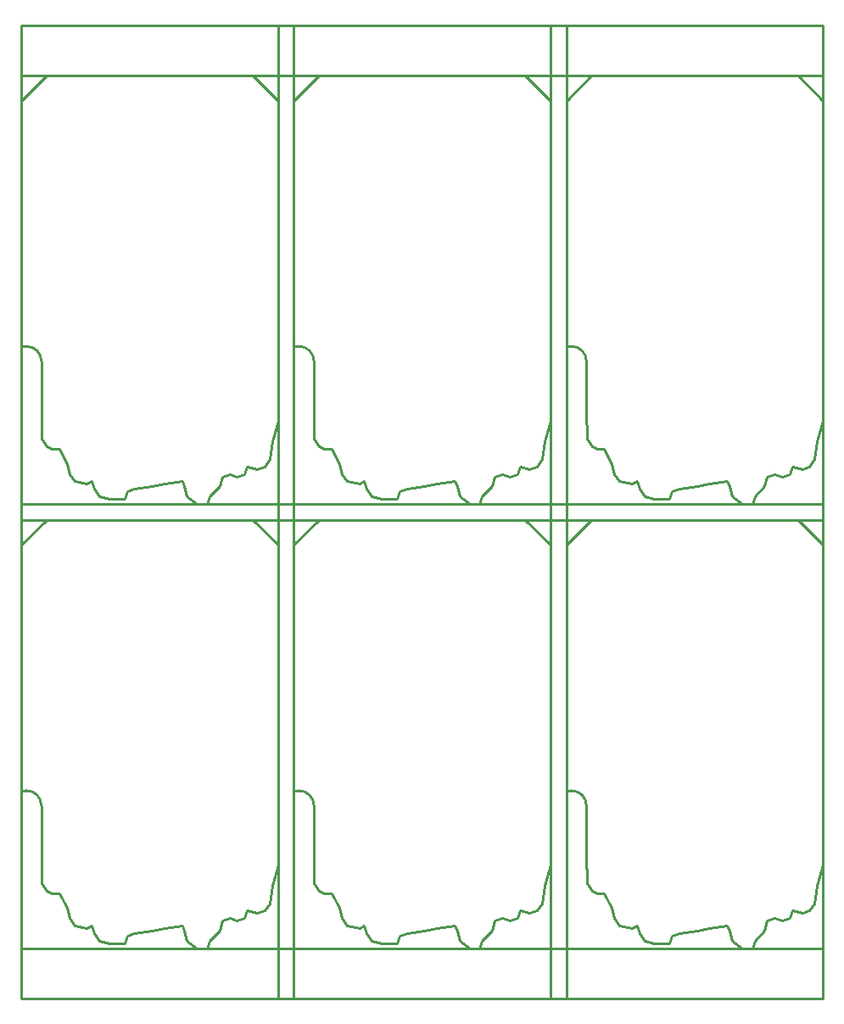
<source format=gko>
G04 Layer: BoardOutline*
G04 EasyEDA v6.3.22, 2020-01-19T16:38:24+00:00*
G04 a2d37a9207c24dc198fa5f1151cfaccd,4b468aaabfa54ef3be77053c06c4e1f4,10*
G04 Gerber Generator version 0.2*
G04 Scale: 100 percent, Rotated: No, Reflected: No *
G04 Dimensions in inches *
G04 leading zeros omitted , absolute positions ,2 integer and 4 decimal *
%FSLAX24Y24*%
%MOIN*%
G90*
G70D02*

%ADD10C,0.010000*%
G54D10*
G01X196Y28821D02*
G01X0Y28821D01*
G01X787Y25907D02*
G01X787Y28230D01*
G01X0Y38466D02*
G01X0Y28821D01*
G01X10078Y25907D02*
G01X10078Y38466D01*
G01X0Y38466D02*
G01X984Y39451D01*
G01X9094Y39451D02*
G01X984Y39451D01*
G01X9094Y39451D02*
G01X10078Y38466D01*
G01X787Y25907D02*
G01X799Y25577D01*
G01X799Y25576D02*
G01X799Y25183D01*
G01X996Y24887D01*
G01X1193Y24789D01*
G01X1488Y24789D01*
G01X1783Y24198D01*
G01X1882Y23805D01*
G01X2079Y23509D01*
G01X2571Y23411D01*
G01X2768Y23509D01*
G01X2866Y23214D01*
G01X3063Y22919D01*
G01X3457Y22820D01*
G01X4047Y22820D01*
G01X4146Y23116D01*
G01X4441Y23214D01*
G01X5130Y23313D01*
G01X5622Y23411D01*
G01X6311Y23509D01*
G01X6409Y23313D01*
G01X6508Y22919D01*
G01X6902Y22624D01*
G01X7295Y22624D01*
G01X7394Y22919D01*
G01X7787Y23313D01*
G01X7886Y23706D01*
G01X8181Y23805D01*
G01X8476Y23706D01*
G01X8772Y23805D01*
G01X8870Y24100D01*
G01X9264Y24002D01*
G01X9559Y24100D01*
G01X9756Y24395D01*
G01X9854Y25084D01*
G01X10079Y25907D01*
G75*
G01X787Y28231D02*
G03X197Y28821I-590J0D01*
G01*
G01X10905Y28821D02*
G01X10708Y28821D01*
G01X11496Y25907D02*
G01X11496Y28230D01*
G01X10708Y38466D02*
G01X10708Y28821D01*
G01X20787Y25907D02*
G01X20787Y38466D01*
G01X10708Y38466D02*
G01X11693Y39451D01*
G01X19803Y39451D02*
G01X11693Y39451D01*
G01X19803Y39451D02*
G01X20787Y38466D01*
G01X11496Y25907D02*
G01X11508Y25577D01*
G01X11507Y25576D02*
G01X11507Y25183D01*
G01X11704Y24887D01*
G01X11901Y24789D01*
G01X12196Y24789D01*
G01X12491Y24198D01*
G01X12590Y23805D01*
G01X12787Y23509D01*
G01X13279Y23411D01*
G01X13476Y23509D01*
G01X13574Y23214D01*
G01X13771Y22919D01*
G01X14165Y22820D01*
G01X14755Y22820D01*
G01X14854Y23116D01*
G01X15149Y23214D01*
G01X15838Y23313D01*
G01X16330Y23411D01*
G01X17019Y23509D01*
G01X17117Y23313D01*
G01X17216Y22919D01*
G01X17610Y22624D01*
G01X18003Y22624D01*
G01X18102Y22919D01*
G01X18495Y23313D01*
G01X18594Y23706D01*
G01X18889Y23805D01*
G01X19184Y23706D01*
G01X19480Y23805D01*
G01X19578Y24100D01*
G01X19972Y24002D01*
G01X20267Y24100D01*
G01X20464Y24395D01*
G01X20562Y25084D01*
G01X20787Y25907D01*
G75*
G01X11496Y28231D02*
G03X10906Y28821I-590J0D01*
G01*
G01X21614Y28821D02*
G01X21417Y28821D01*
G01X22205Y25907D02*
G01X22205Y28230D01*
G01X21417Y38466D02*
G01X21417Y28821D01*
G01X31496Y25907D02*
G01X31496Y38466D01*
G01X21417Y38466D02*
G01X22402Y39451D01*
G01X30512Y39451D02*
G01X22402Y39451D01*
G01X30512Y39451D02*
G01X31496Y38466D01*
G01X22205Y25907D02*
G01X22217Y25577D01*
G01X22216Y25576D02*
G01X22216Y25183D01*
G01X22413Y24887D01*
G01X22610Y24789D01*
G01X22905Y24789D01*
G01X23200Y24198D01*
G01X23299Y23805D01*
G01X23496Y23509D01*
G01X23988Y23411D01*
G01X24185Y23509D01*
G01X24283Y23214D01*
G01X24480Y22919D01*
G01X24874Y22820D01*
G01X25464Y22820D01*
G01X25563Y23116D01*
G01X25858Y23214D01*
G01X26547Y23313D01*
G01X27039Y23411D01*
G01X27728Y23509D01*
G01X27826Y23313D01*
G01X27925Y22919D01*
G01X28319Y22624D01*
G01X28712Y22624D01*
G01X28811Y22919D01*
G01X29204Y23313D01*
G01X29303Y23706D01*
G01X29598Y23805D01*
G01X29893Y23706D01*
G01X30189Y23805D01*
G01X30287Y24100D01*
G01X30681Y24002D01*
G01X30976Y24100D01*
G01X31173Y24395D01*
G01X31271Y25084D01*
G01X31496Y25907D01*
G75*
G01X22205Y28231D02*
G03X21615Y28821I-590J0D01*
G01*
G01X196Y11364D02*
G01X0Y11364D01*
G01X787Y8451D02*
G01X787Y10774D01*
G01X0Y21010D02*
G01X0Y11364D01*
G01X10078Y8451D02*
G01X10078Y21010D01*
G01X0Y21010D02*
G01X984Y21994D01*
G01X9094Y21994D02*
G01X984Y21994D01*
G01X9094Y21994D02*
G01X10078Y21010D01*
G01X787Y8451D02*
G01X799Y8120D01*
G01X799Y8120D02*
G01X799Y7727D01*
G01X996Y7431D01*
G01X1193Y7333D01*
G01X1488Y7333D01*
G01X1783Y6742D01*
G01X1882Y6349D01*
G01X2079Y6053D01*
G01X2571Y5955D01*
G01X2768Y6053D01*
G01X2866Y5758D01*
G01X3063Y5463D01*
G01X3457Y5364D01*
G01X4047Y5364D01*
G01X4146Y5660D01*
G01X4441Y5758D01*
G01X5130Y5857D01*
G01X5622Y5955D01*
G01X6311Y6053D01*
G01X6409Y5857D01*
G01X6508Y5463D01*
G01X6902Y5168D01*
G01X7295Y5168D01*
G01X7394Y5463D01*
G01X7787Y5857D01*
G01X7886Y6250D01*
G01X8181Y6349D01*
G01X8476Y6250D01*
G01X8772Y6349D01*
G01X8870Y6644D01*
G01X9264Y6546D01*
G01X9559Y6644D01*
G01X9756Y6939D01*
G01X9854Y7628D01*
G01X10079Y8451D01*
G75*
G01X787Y10774D02*
G03X197Y11365I-590J0D01*
G01*
G01X10905Y11364D02*
G01X10708Y11364D01*
G01X11496Y8451D02*
G01X11496Y10774D01*
G01X10708Y21010D02*
G01X10708Y11364D01*
G01X20787Y8451D02*
G01X20787Y21010D01*
G01X10708Y21010D02*
G01X11693Y21994D01*
G01X19803Y21994D02*
G01X11693Y21994D01*
G01X19803Y21994D02*
G01X20787Y21010D01*
G01X11496Y8451D02*
G01X11508Y8120D01*
G01X11507Y8120D02*
G01X11507Y7727D01*
G01X11704Y7431D01*
G01X11901Y7333D01*
G01X12196Y7333D01*
G01X12491Y6742D01*
G01X12590Y6349D01*
G01X12787Y6053D01*
G01X13279Y5955D01*
G01X13476Y6053D01*
G01X13574Y5758D01*
G01X13771Y5463D01*
G01X14165Y5364D01*
G01X14755Y5364D01*
G01X14854Y5660D01*
G01X15149Y5758D01*
G01X15838Y5857D01*
G01X16330Y5955D01*
G01X17019Y6053D01*
G01X17117Y5857D01*
G01X17216Y5463D01*
G01X17610Y5168D01*
G01X18003Y5168D01*
G01X18102Y5463D01*
G01X18495Y5857D01*
G01X18594Y6250D01*
G01X18889Y6349D01*
G01X19184Y6250D01*
G01X19480Y6349D01*
G01X19578Y6644D01*
G01X19972Y6546D01*
G01X20267Y6644D01*
G01X20464Y6939D01*
G01X20562Y7628D01*
G01X20787Y8451D01*
G75*
G01X11496Y10774D02*
G03X10906Y11365I-590J0D01*
G01*
G01X21614Y11364D02*
G01X21417Y11364D01*
G01X22205Y8451D02*
G01X22205Y10774D01*
G01X21417Y21010D02*
G01X21417Y11364D01*
G01X31496Y8451D02*
G01X31496Y21010D01*
G01X21417Y21010D02*
G01X22402Y21994D01*
G01X30512Y21994D02*
G01X22402Y21994D01*
G01X30512Y21994D02*
G01X31496Y21010D01*
G01X22205Y8451D02*
G01X22217Y8120D01*
G01X22216Y8120D02*
G01X22216Y7727D01*
G01X22413Y7431D01*
G01X22610Y7333D01*
G01X22905Y7333D01*
G01X23200Y6742D01*
G01X23299Y6349D01*
G01X23496Y6053D01*
G01X23988Y5955D01*
G01X24185Y6053D01*
G01X24283Y5758D01*
G01X24480Y5463D01*
G01X24874Y5364D01*
G01X25464Y5364D01*
G01X25563Y5660D01*
G01X25858Y5758D01*
G01X26547Y5857D01*
G01X27039Y5955D01*
G01X27728Y6053D01*
G01X27826Y5857D01*
G01X27925Y5463D01*
G01X28319Y5168D01*
G01X28712Y5168D01*
G01X28811Y5463D01*
G01X29204Y5857D01*
G01X29303Y6250D01*
G01X29598Y6349D01*
G01X29893Y6250D01*
G01X30189Y6349D01*
G01X30287Y6644D01*
G01X30681Y6546D01*
G01X30976Y6644D01*
G01X31173Y6939D01*
G01X31271Y7628D01*
G01X31496Y8451D01*
G75*
G01X22205Y10774D02*
G03X21615Y11365I-590J0D01*
G01*
G01X0Y41419D02*
G01X31496Y41419D01*
G01X31496Y3200D01*
G01X0Y3200D01*
G01X0Y41419D01*
G01X0Y21994D02*
G01X31496Y21994D01*
G01X0Y22624D02*
G01X31496Y22624D01*
G01X0Y39451D02*
G01X31496Y39451D01*
G01X0Y5168D02*
G01X31496Y5168D01*
G01X10708Y41419D02*
G01X10708Y3200D01*
G01X10079Y41419D02*
G01X10079Y3200D01*
G01X21417Y41419D02*
G01X21417Y3200D01*
G01X20787Y41419D02*
G01X20787Y3200D01*

%LPD*%
M00*
M02*

</source>
